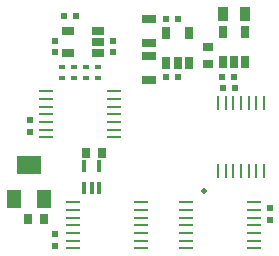
<source format=gbr>
%TF.GenerationSoftware,Altium Limited,Altium Designer,21.6.4 (81)*%
G04 Layer_Color=8421504*
%FSLAX43Y43*%
%MOMM*%
%TF.SameCoordinates,237B7D82-E972-44EC-B40D-EB97757C63C7*%
%TF.FilePolarity,Positive*%
%TF.FileFunction,Paste,Top*%
%TF.Part,Single*%
G01*
G75*
%TA.AperFunction,SMDPad,CuDef*%
%ADD10R,0.800X0.900*%
%ADD11R,1.250X0.250*%
%ADD12R,0.900X1.300*%
G04:AMPARAMS|DCode=13|XSize=0.3mm|YSize=1mm|CornerRadius=0mm|HoleSize=0mm|Usage=FLASHONLY|Rotation=180.000|XOffset=0mm|YOffset=0mm|HoleType=Round|Shape=RoundedRectangle|*
%AMROUNDEDRECTD13*
21,1,0.300,1.000,0,0,180.0*
21,1,0.300,1.000,0,0,180.0*
1,1,0.000,-0.150,0.500*
1,1,0.000,0.150,0.500*
1,1,0.000,0.150,-0.500*
1,1,0.000,-0.150,-0.500*
%
%ADD13ROUNDEDRECTD13*%
G04:AMPARAMS|DCode=14|XSize=1.1mm|YSize=0.6mm|CornerRadius=0.021mm|HoleSize=0mm|Usage=FLASHONLY|Rotation=270.000|XOffset=0mm|YOffset=0mm|HoleType=Round|Shape=RoundedRectangle|*
%AMROUNDEDRECTD14*
21,1,1.100,0.558,0,0,270.0*
21,1,1.058,0.600,0,0,270.0*
1,1,0.042,-0.279,-0.529*
1,1,0.042,-0.279,0.529*
1,1,0.042,0.279,0.529*
1,1,0.042,0.279,-0.529*
%
%ADD14ROUNDEDRECTD14*%
%ADD15R,0.250X1.250*%
G04:AMPARAMS|DCode=16|XSize=1.1mm|YSize=0.6mm|CornerRadius=0.021mm|HoleSize=0mm|Usage=FLASHONLY|Rotation=0.000|XOffset=0mm|YOffset=0mm|HoleType=Round|Shape=RoundedRectangle|*
%AMROUNDEDRECTD16*
21,1,1.100,0.558,0,0,0.0*
21,1,1.058,0.600,0,0,0.0*
1,1,0.042,0.529,-0.279*
1,1,0.042,-0.529,-0.279*
1,1,0.042,-0.529,0.279*
1,1,0.042,0.529,0.279*
%
%ADD16ROUNDEDRECTD16*%
%ADD17R,1.300X1.600*%
%ADD18R,2.000X1.600*%
%ADD19C,0.500*%
%ADD20R,0.500X0.600*%
%ADD21R,0.500X0.400*%
%ADD22R,1.250X0.700*%
%ADD23R,0.600X0.500*%
%ADD24R,0.900X0.800*%
D10*
X-5250Y-50D02*
D03*
X-6650D02*
D03*
X-11550Y-5650D02*
D03*
X-10150D02*
D03*
D11*
X-10030Y1250D02*
D03*
Y1900D02*
D03*
Y2550D02*
D03*
Y3200D02*
D03*
Y3850D02*
D03*
Y4500D02*
D03*
Y5150D02*
D03*
X-4270D02*
D03*
Y4500D02*
D03*
Y3850D02*
D03*
Y3200D02*
D03*
Y2550D02*
D03*
Y1900D02*
D03*
Y1250D02*
D03*
X-1995Y-8150D02*
D03*
Y-7500D02*
D03*
Y-6850D02*
D03*
Y-6200D02*
D03*
Y-5550D02*
D03*
Y-4900D02*
D03*
Y-4250D02*
D03*
X-7755D02*
D03*
Y-4900D02*
D03*
Y-5550D02*
D03*
Y-6200D02*
D03*
Y-6850D02*
D03*
Y-7500D02*
D03*
Y-8150D02*
D03*
X7630Y-4250D02*
D03*
Y-4900D02*
D03*
Y-5550D02*
D03*
Y-6200D02*
D03*
Y-6850D02*
D03*
Y-7500D02*
D03*
Y-8150D02*
D03*
X1870D02*
D03*
Y-7500D02*
D03*
Y-6850D02*
D03*
Y-6200D02*
D03*
Y-5550D02*
D03*
Y-4900D02*
D03*
Y-4250D02*
D03*
D12*
X4950Y11700D02*
D03*
X6850D02*
D03*
D13*
X-6800Y-3000D02*
D03*
X-6150D02*
D03*
X-5500D02*
D03*
Y-1200D02*
D03*
X-6800D02*
D03*
D14*
X175Y7525D02*
D03*
X1125D02*
D03*
X2075D02*
D03*
Y10125D02*
D03*
X175D02*
D03*
X4950Y7600D02*
D03*
X5900D02*
D03*
X6850D02*
D03*
Y10200D02*
D03*
X4950D02*
D03*
D15*
X4550Y-1605D02*
D03*
X5200D02*
D03*
X5850D02*
D03*
X6500D02*
D03*
X7150D02*
D03*
X7800D02*
D03*
X8450D02*
D03*
Y4155D02*
D03*
X7800D02*
D03*
X7150D02*
D03*
X6500D02*
D03*
X5850D02*
D03*
X5200D02*
D03*
X4550D02*
D03*
D16*
X-5575Y8400D02*
D03*
Y9350D02*
D03*
Y10300D02*
D03*
X-8175D02*
D03*
Y8400D02*
D03*
D17*
X-12700Y-3975D02*
D03*
X-10200D02*
D03*
D18*
X-11450Y-1075D02*
D03*
D19*
X3375Y-3250D02*
D03*
D20*
X-9225Y-7950D02*
D03*
Y-6950D02*
D03*
X-11400Y1725D02*
D03*
Y2725D02*
D03*
X-9250Y9450D02*
D03*
Y8450D02*
D03*
X-4375Y8450D02*
D03*
Y9450D02*
D03*
X8950Y-4725D02*
D03*
Y-5725D02*
D03*
D21*
X-6625Y7175D02*
D03*
Y6275D02*
D03*
X-5600Y7175D02*
D03*
Y6275D02*
D03*
X-8700D02*
D03*
Y7175D02*
D03*
X-7650D02*
D03*
Y6275D02*
D03*
D22*
X-1325Y6100D02*
D03*
Y8100D02*
D03*
Y9250D02*
D03*
Y11250D02*
D03*
D23*
X1125Y6375D02*
D03*
X125D02*
D03*
X1175Y11250D02*
D03*
X175D02*
D03*
X4900Y6375D02*
D03*
X5900D02*
D03*
X-8500Y11500D02*
D03*
X-7500D02*
D03*
X5000Y5400D02*
D03*
X6000D02*
D03*
D24*
X3700Y8900D02*
D03*
Y7500D02*
D03*
%TF.MD5,aa604293242ad301bdd827665c89324d*%
M02*

</source>
